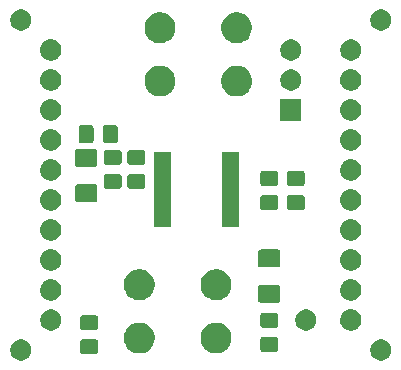
<source format=gbr>
G04 #@! TF.GenerationSoftware,KiCad,Pcbnew,(5.0.2)-1*
G04 #@! TF.CreationDate,2019-07-18T11:35:20+03:00*
G04 #@! TF.ProjectId,Breakout Board STM32L041x6 - TSSOP20,42726561-6b6f-4757-9420-426f61726420,rev?*
G04 #@! TF.SameCoordinates,Original*
G04 #@! TF.FileFunction,Soldermask,Top*
G04 #@! TF.FilePolarity,Negative*
%FSLAX46Y46*%
G04 Gerber Fmt 4.6, Leading zero omitted, Abs format (unit mm)*
G04 Created by KiCad (PCBNEW (5.0.2)-1) date 18-Jul-19 11:35:20*
%MOMM*%
%LPD*%
G01*
G04 APERTURE LIST*
%ADD10C,0.100000*%
G04 APERTURE END LIST*
D10*
G36*
X147582812Y-88033624D02*
X147746784Y-88101544D01*
X147894354Y-88200147D01*
X148019853Y-88325646D01*
X148118456Y-88473216D01*
X148186376Y-88637188D01*
X148221000Y-88811259D01*
X148221000Y-88988741D01*
X148186376Y-89162812D01*
X148118456Y-89326784D01*
X148019853Y-89474354D01*
X147894354Y-89599853D01*
X147746784Y-89698456D01*
X147582812Y-89766376D01*
X147408741Y-89801000D01*
X147231259Y-89801000D01*
X147057188Y-89766376D01*
X146893216Y-89698456D01*
X146745646Y-89599853D01*
X146620147Y-89474354D01*
X146521544Y-89326784D01*
X146453624Y-89162812D01*
X146419000Y-88988741D01*
X146419000Y-88811259D01*
X146453624Y-88637188D01*
X146521544Y-88473216D01*
X146620147Y-88325646D01*
X146745646Y-88200147D01*
X146893216Y-88101544D01*
X147057188Y-88033624D01*
X147231259Y-87999000D01*
X147408741Y-87999000D01*
X147582812Y-88033624D01*
X147582812Y-88033624D01*
G37*
G36*
X117102812Y-88033624D02*
X117266784Y-88101544D01*
X117414354Y-88200147D01*
X117539853Y-88325646D01*
X117638456Y-88473216D01*
X117706376Y-88637188D01*
X117741000Y-88811259D01*
X117741000Y-88988741D01*
X117706376Y-89162812D01*
X117638456Y-89326784D01*
X117539853Y-89474354D01*
X117414354Y-89599853D01*
X117266784Y-89698456D01*
X117102812Y-89766376D01*
X116928741Y-89801000D01*
X116751259Y-89801000D01*
X116577188Y-89766376D01*
X116413216Y-89698456D01*
X116265646Y-89599853D01*
X116140147Y-89474354D01*
X116041544Y-89326784D01*
X115973624Y-89162812D01*
X115939000Y-88988741D01*
X115939000Y-88811259D01*
X115973624Y-88637188D01*
X116041544Y-88473216D01*
X116140147Y-88325646D01*
X116265646Y-88200147D01*
X116413216Y-88101544D01*
X116577188Y-88033624D01*
X116751259Y-87999000D01*
X116928741Y-87999000D01*
X117102812Y-88033624D01*
X117102812Y-88033624D01*
G37*
G36*
X123208677Y-88008465D02*
X123246364Y-88019898D01*
X123281103Y-88038466D01*
X123311548Y-88063452D01*
X123336534Y-88093897D01*
X123355102Y-88128636D01*
X123366535Y-88166323D01*
X123371000Y-88211661D01*
X123371000Y-89048339D01*
X123366535Y-89093677D01*
X123355102Y-89131364D01*
X123336534Y-89166103D01*
X123311548Y-89196548D01*
X123281103Y-89221534D01*
X123246364Y-89240102D01*
X123208677Y-89251535D01*
X123163339Y-89256000D01*
X122076661Y-89256000D01*
X122031323Y-89251535D01*
X121993636Y-89240102D01*
X121958897Y-89221534D01*
X121928452Y-89196548D01*
X121903466Y-89166103D01*
X121884898Y-89131364D01*
X121873465Y-89093677D01*
X121869000Y-89048339D01*
X121869000Y-88211661D01*
X121873465Y-88166323D01*
X121884898Y-88128636D01*
X121903466Y-88093897D01*
X121928452Y-88063452D01*
X121958897Y-88038466D01*
X121993636Y-88019898D01*
X122031323Y-88008465D01*
X122076661Y-88004000D01*
X123163339Y-88004000D01*
X123208677Y-88008465D01*
X123208677Y-88008465D01*
G37*
G36*
X127249485Y-86628996D02*
X127249487Y-86628997D01*
X127249488Y-86628997D01*
X127436515Y-86706466D01*
X127486255Y-86727069D01*
X127699342Y-86869449D01*
X127880551Y-87050658D01*
X128022931Y-87263745D01*
X128121004Y-87500515D01*
X128171000Y-87751861D01*
X128171000Y-88008139D01*
X128121004Y-88259485D01*
X128022931Y-88496255D01*
X127880551Y-88709342D01*
X127699342Y-88890551D01*
X127699339Y-88890553D01*
X127486255Y-89032931D01*
X127249488Y-89131003D01*
X127249487Y-89131003D01*
X127249485Y-89131004D01*
X126998139Y-89181000D01*
X126741861Y-89181000D01*
X126490515Y-89131004D01*
X126490513Y-89131003D01*
X126490512Y-89131003D01*
X126253745Y-89032931D01*
X126040661Y-88890553D01*
X126040658Y-88890551D01*
X125859449Y-88709342D01*
X125717069Y-88496255D01*
X125618996Y-88259485D01*
X125569000Y-88008139D01*
X125569000Y-87751861D01*
X125618996Y-87500515D01*
X125717069Y-87263745D01*
X125859449Y-87050658D01*
X126040658Y-86869449D01*
X126253745Y-86727069D01*
X126303485Y-86706466D01*
X126490512Y-86628997D01*
X126490513Y-86628997D01*
X126490515Y-86628996D01*
X126741861Y-86579000D01*
X126998139Y-86579000D01*
X127249485Y-86628996D01*
X127249485Y-86628996D01*
G37*
G36*
X133749485Y-86628996D02*
X133749487Y-86628997D01*
X133749488Y-86628997D01*
X133936515Y-86706466D01*
X133986255Y-86727069D01*
X134199342Y-86869449D01*
X134380551Y-87050658D01*
X134522931Y-87263745D01*
X134621004Y-87500515D01*
X134671000Y-87751861D01*
X134671000Y-88008139D01*
X134621004Y-88259485D01*
X134522931Y-88496255D01*
X134380551Y-88709342D01*
X134199342Y-88890551D01*
X134199339Y-88890553D01*
X133986255Y-89032931D01*
X133749488Y-89131003D01*
X133749487Y-89131003D01*
X133749485Y-89131004D01*
X133498139Y-89181000D01*
X133241861Y-89181000D01*
X132990515Y-89131004D01*
X132990513Y-89131003D01*
X132990512Y-89131003D01*
X132753745Y-89032931D01*
X132540661Y-88890553D01*
X132540658Y-88890551D01*
X132359449Y-88709342D01*
X132217069Y-88496255D01*
X132118996Y-88259485D01*
X132069000Y-88008139D01*
X132069000Y-87751861D01*
X132118996Y-87500515D01*
X132217069Y-87263745D01*
X132359449Y-87050658D01*
X132540658Y-86869449D01*
X132753745Y-86727069D01*
X132803485Y-86706466D01*
X132990512Y-86628997D01*
X132990513Y-86628997D01*
X132990515Y-86628996D01*
X133241861Y-86579000D01*
X133498139Y-86579000D01*
X133749485Y-86628996D01*
X133749485Y-86628996D01*
G37*
G36*
X138458677Y-87808465D02*
X138496364Y-87819898D01*
X138531103Y-87838466D01*
X138561548Y-87863452D01*
X138586534Y-87893897D01*
X138605102Y-87928636D01*
X138616535Y-87966323D01*
X138621000Y-88011661D01*
X138621000Y-88848339D01*
X138616535Y-88893677D01*
X138605102Y-88931364D01*
X138586534Y-88966103D01*
X138561548Y-88996548D01*
X138531103Y-89021534D01*
X138496364Y-89040102D01*
X138458677Y-89051535D01*
X138413339Y-89056000D01*
X137326661Y-89056000D01*
X137281323Y-89051535D01*
X137243636Y-89040102D01*
X137208897Y-89021534D01*
X137178452Y-88996548D01*
X137153466Y-88966103D01*
X137134898Y-88931364D01*
X137123465Y-88893677D01*
X137119000Y-88848339D01*
X137119000Y-88011661D01*
X137123465Y-87966323D01*
X137134898Y-87928636D01*
X137153466Y-87893897D01*
X137178452Y-87863452D01*
X137208897Y-87838466D01*
X137243636Y-87819898D01*
X137281323Y-87808465D01*
X137326661Y-87804000D01*
X138413339Y-87804000D01*
X138458677Y-87808465D01*
X138458677Y-87808465D01*
G37*
G36*
X144890442Y-85465518D02*
X144956627Y-85472037D01*
X145069853Y-85506384D01*
X145126467Y-85523557D01*
X145265087Y-85597652D01*
X145282991Y-85607222D01*
X145318729Y-85636552D01*
X145420186Y-85719814D01*
X145503448Y-85821271D01*
X145532778Y-85857009D01*
X145532779Y-85857011D01*
X145616443Y-86013533D01*
X145633616Y-86070147D01*
X145667963Y-86183373D01*
X145685359Y-86360000D01*
X145667963Y-86536627D01*
X145655109Y-86579000D01*
X145616443Y-86706467D01*
X145546145Y-86837983D01*
X145532778Y-86862991D01*
X145514684Y-86885038D01*
X145420186Y-87000186D01*
X145347480Y-87059853D01*
X145282991Y-87112778D01*
X145282989Y-87112779D01*
X145126467Y-87196443D01*
X145094961Y-87206000D01*
X144956627Y-87247963D01*
X144890442Y-87254482D01*
X144824260Y-87261000D01*
X144735740Y-87261000D01*
X144669558Y-87254482D01*
X144603373Y-87247963D01*
X144465039Y-87206000D01*
X144433533Y-87196443D01*
X144277011Y-87112779D01*
X144277009Y-87112778D01*
X144212520Y-87059853D01*
X144139814Y-87000186D01*
X144045316Y-86885038D01*
X144027222Y-86862991D01*
X144013855Y-86837983D01*
X143943557Y-86706467D01*
X143904891Y-86579000D01*
X143892037Y-86536627D01*
X143874641Y-86360000D01*
X143892037Y-86183373D01*
X143926384Y-86070147D01*
X143943557Y-86013533D01*
X144027221Y-85857011D01*
X144027222Y-85857009D01*
X144056552Y-85821271D01*
X144139814Y-85719814D01*
X144241271Y-85636552D01*
X144277009Y-85607222D01*
X144294913Y-85597652D01*
X144433533Y-85523557D01*
X144490147Y-85506384D01*
X144603373Y-85472037D01*
X144669558Y-85465518D01*
X144735740Y-85459000D01*
X144824260Y-85459000D01*
X144890442Y-85465518D01*
X144890442Y-85465518D01*
G37*
G36*
X119642812Y-85493624D02*
X119806784Y-85561544D01*
X119954354Y-85660147D01*
X120079853Y-85785646D01*
X120178456Y-85933216D01*
X120246376Y-86097188D01*
X120281000Y-86271259D01*
X120281000Y-86448741D01*
X120246376Y-86622812D01*
X120178456Y-86786784D01*
X120079853Y-86934354D01*
X119954354Y-87059853D01*
X119806784Y-87158456D01*
X119642812Y-87226376D01*
X119468741Y-87261000D01*
X119291259Y-87261000D01*
X119117188Y-87226376D01*
X118953216Y-87158456D01*
X118805646Y-87059853D01*
X118680147Y-86934354D01*
X118581544Y-86786784D01*
X118513624Y-86622812D01*
X118479000Y-86448741D01*
X118479000Y-86271259D01*
X118513624Y-86097188D01*
X118581544Y-85933216D01*
X118680147Y-85785646D01*
X118805646Y-85660147D01*
X118953216Y-85561544D01*
X119117188Y-85493624D01*
X119291259Y-85459000D01*
X119468741Y-85459000D01*
X119642812Y-85493624D01*
X119642812Y-85493624D01*
G37*
G36*
X141232812Y-85493624D02*
X141396784Y-85561544D01*
X141544354Y-85660147D01*
X141669853Y-85785646D01*
X141768456Y-85933216D01*
X141836376Y-86097188D01*
X141871000Y-86271259D01*
X141871000Y-86448741D01*
X141836376Y-86622812D01*
X141768456Y-86786784D01*
X141669853Y-86934354D01*
X141544354Y-87059853D01*
X141396784Y-87158456D01*
X141232812Y-87226376D01*
X141058741Y-87261000D01*
X140881259Y-87261000D01*
X140707188Y-87226376D01*
X140543216Y-87158456D01*
X140395646Y-87059853D01*
X140270147Y-86934354D01*
X140171544Y-86786784D01*
X140103624Y-86622812D01*
X140069000Y-86448741D01*
X140069000Y-86271259D01*
X140103624Y-86097188D01*
X140171544Y-85933216D01*
X140270147Y-85785646D01*
X140395646Y-85660147D01*
X140543216Y-85561544D01*
X140707188Y-85493624D01*
X140881259Y-85459000D01*
X141058741Y-85459000D01*
X141232812Y-85493624D01*
X141232812Y-85493624D01*
G37*
G36*
X123208677Y-85958465D02*
X123246364Y-85969898D01*
X123281103Y-85988466D01*
X123311548Y-86013452D01*
X123336534Y-86043897D01*
X123355102Y-86078636D01*
X123366535Y-86116323D01*
X123371000Y-86161661D01*
X123371000Y-86998339D01*
X123366535Y-87043677D01*
X123355102Y-87081364D01*
X123336534Y-87116103D01*
X123311548Y-87146548D01*
X123281103Y-87171534D01*
X123246364Y-87190102D01*
X123208677Y-87201535D01*
X123163339Y-87206000D01*
X122076661Y-87206000D01*
X122031323Y-87201535D01*
X121993636Y-87190102D01*
X121958897Y-87171534D01*
X121928452Y-87146548D01*
X121903466Y-87116103D01*
X121884898Y-87081364D01*
X121873465Y-87043677D01*
X121869000Y-86998339D01*
X121869000Y-86161661D01*
X121873465Y-86116323D01*
X121884898Y-86078636D01*
X121903466Y-86043897D01*
X121928452Y-86013452D01*
X121958897Y-85988466D01*
X121993636Y-85969898D01*
X122031323Y-85958465D01*
X122076661Y-85954000D01*
X123163339Y-85954000D01*
X123208677Y-85958465D01*
X123208677Y-85958465D01*
G37*
G36*
X138458677Y-85758465D02*
X138496364Y-85769898D01*
X138531103Y-85788466D01*
X138561548Y-85813452D01*
X138586534Y-85843897D01*
X138605102Y-85878636D01*
X138616535Y-85916323D01*
X138621000Y-85961661D01*
X138621000Y-86798339D01*
X138616535Y-86843677D01*
X138605102Y-86881364D01*
X138586534Y-86916103D01*
X138561548Y-86946548D01*
X138531103Y-86971534D01*
X138496364Y-86990102D01*
X138458677Y-87001535D01*
X138413339Y-87006000D01*
X137326661Y-87006000D01*
X137281323Y-87001535D01*
X137243636Y-86990102D01*
X137208897Y-86971534D01*
X137178452Y-86946548D01*
X137153466Y-86916103D01*
X137134898Y-86881364D01*
X137123465Y-86843677D01*
X137119000Y-86798339D01*
X137119000Y-85961661D01*
X137123465Y-85916323D01*
X137134898Y-85878636D01*
X137153466Y-85843897D01*
X137178452Y-85813452D01*
X137208897Y-85788466D01*
X137243636Y-85769898D01*
X137281323Y-85758465D01*
X137326661Y-85754000D01*
X138413339Y-85754000D01*
X138458677Y-85758465D01*
X138458677Y-85758465D01*
G37*
G36*
X138645562Y-83370681D02*
X138680477Y-83381273D01*
X138712665Y-83398478D01*
X138740873Y-83421627D01*
X138764022Y-83449835D01*
X138781227Y-83482023D01*
X138791819Y-83516938D01*
X138796000Y-83559395D01*
X138796000Y-84700605D01*
X138791819Y-84743062D01*
X138781227Y-84777977D01*
X138764022Y-84810165D01*
X138740873Y-84838373D01*
X138712665Y-84861522D01*
X138680477Y-84878727D01*
X138645562Y-84889319D01*
X138603105Y-84893500D01*
X137136895Y-84893500D01*
X137094438Y-84889319D01*
X137059523Y-84878727D01*
X137027335Y-84861522D01*
X136999127Y-84838373D01*
X136975978Y-84810165D01*
X136958773Y-84777977D01*
X136948181Y-84743062D01*
X136944000Y-84700605D01*
X136944000Y-83559395D01*
X136948181Y-83516938D01*
X136958773Y-83482023D01*
X136975978Y-83449835D01*
X136999127Y-83421627D01*
X137027335Y-83398478D01*
X137059523Y-83381273D01*
X137094438Y-83370681D01*
X137136895Y-83366500D01*
X138603105Y-83366500D01*
X138645562Y-83370681D01*
X138645562Y-83370681D01*
G37*
G36*
X144890443Y-82925519D02*
X144956627Y-82932037D01*
X145069853Y-82966384D01*
X145126467Y-82983557D01*
X145265087Y-83057652D01*
X145282991Y-83067222D01*
X145318729Y-83096552D01*
X145420186Y-83179814D01*
X145479314Y-83251863D01*
X145532778Y-83317009D01*
X145532779Y-83317011D01*
X145616443Y-83473533D01*
X145633616Y-83530147D01*
X145667963Y-83643373D01*
X145685359Y-83820000D01*
X145667963Y-83996627D01*
X145633616Y-84109853D01*
X145616443Y-84166467D01*
X145593527Y-84209339D01*
X145532778Y-84322991D01*
X145503448Y-84358729D01*
X145420186Y-84460186D01*
X145318729Y-84543448D01*
X145282991Y-84572778D01*
X145282989Y-84572779D01*
X145126467Y-84656443D01*
X145069853Y-84673616D01*
X144956627Y-84707963D01*
X144890443Y-84714481D01*
X144824260Y-84721000D01*
X144735740Y-84721000D01*
X144669557Y-84714481D01*
X144603373Y-84707963D01*
X144490147Y-84673616D01*
X144433533Y-84656443D01*
X144277011Y-84572779D01*
X144277009Y-84572778D01*
X144241271Y-84543448D01*
X144139814Y-84460186D01*
X144056552Y-84358729D01*
X144027222Y-84322991D01*
X143966473Y-84209339D01*
X143943557Y-84166467D01*
X143926384Y-84109853D01*
X143892037Y-83996627D01*
X143874641Y-83820000D01*
X143892037Y-83643373D01*
X143926384Y-83530147D01*
X143943557Y-83473533D01*
X144027221Y-83317011D01*
X144027222Y-83317009D01*
X144080686Y-83251863D01*
X144139814Y-83179814D01*
X144241271Y-83096552D01*
X144277009Y-83067222D01*
X144294913Y-83057652D01*
X144433533Y-82983557D01*
X144490147Y-82966384D01*
X144603373Y-82932037D01*
X144669557Y-82925519D01*
X144735740Y-82919000D01*
X144824260Y-82919000D01*
X144890443Y-82925519D01*
X144890443Y-82925519D01*
G37*
G36*
X119490443Y-82925519D02*
X119556627Y-82932037D01*
X119669853Y-82966384D01*
X119726467Y-82983557D01*
X119865087Y-83057652D01*
X119882991Y-83067222D01*
X119918729Y-83096552D01*
X120020186Y-83179814D01*
X120079314Y-83251863D01*
X120132778Y-83317009D01*
X120132779Y-83317011D01*
X120216443Y-83473533D01*
X120233616Y-83530147D01*
X120267963Y-83643373D01*
X120285359Y-83820000D01*
X120267963Y-83996627D01*
X120233616Y-84109853D01*
X120216443Y-84166467D01*
X120193527Y-84209339D01*
X120132778Y-84322991D01*
X120103448Y-84358729D01*
X120020186Y-84460186D01*
X119918729Y-84543448D01*
X119882991Y-84572778D01*
X119882989Y-84572779D01*
X119726467Y-84656443D01*
X119669853Y-84673616D01*
X119556627Y-84707963D01*
X119490443Y-84714481D01*
X119424260Y-84721000D01*
X119335740Y-84721000D01*
X119269557Y-84714481D01*
X119203373Y-84707963D01*
X119090147Y-84673616D01*
X119033533Y-84656443D01*
X118877011Y-84572779D01*
X118877009Y-84572778D01*
X118841271Y-84543448D01*
X118739814Y-84460186D01*
X118656552Y-84358729D01*
X118627222Y-84322991D01*
X118566473Y-84209339D01*
X118543557Y-84166467D01*
X118526384Y-84109853D01*
X118492037Y-83996627D01*
X118474641Y-83820000D01*
X118492037Y-83643373D01*
X118526384Y-83530147D01*
X118543557Y-83473533D01*
X118627221Y-83317011D01*
X118627222Y-83317009D01*
X118680686Y-83251863D01*
X118739814Y-83179814D01*
X118841271Y-83096552D01*
X118877009Y-83067222D01*
X118894913Y-83057652D01*
X119033533Y-82983557D01*
X119090147Y-82966384D01*
X119203373Y-82932037D01*
X119269557Y-82925519D01*
X119335740Y-82919000D01*
X119424260Y-82919000D01*
X119490443Y-82925519D01*
X119490443Y-82925519D01*
G37*
G36*
X127249485Y-82128996D02*
X127249487Y-82128997D01*
X127249488Y-82128997D01*
X127343560Y-82167963D01*
X127486255Y-82227069D01*
X127699342Y-82369449D01*
X127880551Y-82550658D01*
X128022931Y-82763745D01*
X128121004Y-83000515D01*
X128171000Y-83251861D01*
X128171000Y-83508139D01*
X128121004Y-83759485D01*
X128022931Y-83996255D01*
X127880551Y-84209342D01*
X127699342Y-84390551D01*
X127699339Y-84390553D01*
X127486255Y-84532931D01*
X127249488Y-84631003D01*
X127249487Y-84631003D01*
X127249485Y-84631004D01*
X126998139Y-84681000D01*
X126741861Y-84681000D01*
X126490515Y-84631004D01*
X126490513Y-84631003D01*
X126490512Y-84631003D01*
X126253745Y-84532931D01*
X126040661Y-84390553D01*
X126040658Y-84390551D01*
X125859449Y-84209342D01*
X125717069Y-83996255D01*
X125618996Y-83759485D01*
X125569000Y-83508139D01*
X125569000Y-83251861D01*
X125618996Y-83000515D01*
X125717069Y-82763745D01*
X125859449Y-82550658D01*
X126040658Y-82369449D01*
X126253745Y-82227069D01*
X126396440Y-82167963D01*
X126490512Y-82128997D01*
X126490513Y-82128997D01*
X126490515Y-82128996D01*
X126741861Y-82079000D01*
X126998139Y-82079000D01*
X127249485Y-82128996D01*
X127249485Y-82128996D01*
G37*
G36*
X133749485Y-82128996D02*
X133749487Y-82128997D01*
X133749488Y-82128997D01*
X133843560Y-82167963D01*
X133986255Y-82227069D01*
X134199342Y-82369449D01*
X134380551Y-82550658D01*
X134522931Y-82763745D01*
X134621004Y-83000515D01*
X134671000Y-83251861D01*
X134671000Y-83508139D01*
X134621004Y-83759485D01*
X134522931Y-83996255D01*
X134380551Y-84209342D01*
X134199342Y-84390551D01*
X134199339Y-84390553D01*
X133986255Y-84532931D01*
X133749488Y-84631003D01*
X133749487Y-84631003D01*
X133749485Y-84631004D01*
X133498139Y-84681000D01*
X133241861Y-84681000D01*
X132990515Y-84631004D01*
X132990513Y-84631003D01*
X132990512Y-84631003D01*
X132753745Y-84532931D01*
X132540661Y-84390553D01*
X132540658Y-84390551D01*
X132359449Y-84209342D01*
X132217069Y-83996255D01*
X132118996Y-83759485D01*
X132069000Y-83508139D01*
X132069000Y-83251861D01*
X132118996Y-83000515D01*
X132217069Y-82763745D01*
X132359449Y-82550658D01*
X132540658Y-82369449D01*
X132753745Y-82227069D01*
X132896440Y-82167963D01*
X132990512Y-82128997D01*
X132990513Y-82128997D01*
X132990515Y-82128996D01*
X133241861Y-82079000D01*
X133498139Y-82079000D01*
X133749485Y-82128996D01*
X133749485Y-82128996D01*
G37*
G36*
X144890442Y-80385518D02*
X144956627Y-80392037D01*
X145060274Y-80423478D01*
X145126467Y-80443557D01*
X145132210Y-80446627D01*
X145282991Y-80527222D01*
X145300922Y-80541938D01*
X145420186Y-80639814D01*
X145503448Y-80741271D01*
X145532778Y-80777009D01*
X145532779Y-80777011D01*
X145616443Y-80933533D01*
X145616443Y-80933534D01*
X145667963Y-81103373D01*
X145685359Y-81280000D01*
X145667963Y-81456627D01*
X145633616Y-81569853D01*
X145616443Y-81626467D01*
X145563452Y-81725605D01*
X145532778Y-81782991D01*
X145519279Y-81799439D01*
X145420186Y-81920186D01*
X145318729Y-82003448D01*
X145282991Y-82032778D01*
X145282989Y-82032779D01*
X145126467Y-82116443D01*
X145085084Y-82128996D01*
X144956627Y-82167963D01*
X144890443Y-82174481D01*
X144824260Y-82181000D01*
X144735740Y-82181000D01*
X144669557Y-82174481D01*
X144603373Y-82167963D01*
X144474916Y-82128996D01*
X144433533Y-82116443D01*
X144277011Y-82032779D01*
X144277009Y-82032778D01*
X144241271Y-82003448D01*
X144139814Y-81920186D01*
X144040721Y-81799439D01*
X144027222Y-81782991D01*
X143996548Y-81725605D01*
X143943557Y-81626467D01*
X143926384Y-81569853D01*
X143892037Y-81456627D01*
X143874641Y-81280000D01*
X143892037Y-81103373D01*
X143943557Y-80933534D01*
X143943557Y-80933533D01*
X144027221Y-80777011D01*
X144027222Y-80777009D01*
X144056552Y-80741271D01*
X144139814Y-80639814D01*
X144259078Y-80541938D01*
X144277009Y-80527222D01*
X144427790Y-80446627D01*
X144433533Y-80443557D01*
X144499726Y-80423478D01*
X144603373Y-80392037D01*
X144669558Y-80385518D01*
X144735740Y-80379000D01*
X144824260Y-80379000D01*
X144890442Y-80385518D01*
X144890442Y-80385518D01*
G37*
G36*
X119490442Y-80385518D02*
X119556627Y-80392037D01*
X119660274Y-80423478D01*
X119726467Y-80443557D01*
X119732210Y-80446627D01*
X119882991Y-80527222D01*
X119900922Y-80541938D01*
X120020186Y-80639814D01*
X120103448Y-80741271D01*
X120132778Y-80777009D01*
X120132779Y-80777011D01*
X120216443Y-80933533D01*
X120216443Y-80933534D01*
X120267963Y-81103373D01*
X120285359Y-81280000D01*
X120267963Y-81456627D01*
X120233616Y-81569853D01*
X120216443Y-81626467D01*
X120163452Y-81725605D01*
X120132778Y-81782991D01*
X120119279Y-81799439D01*
X120020186Y-81920186D01*
X119918729Y-82003448D01*
X119882991Y-82032778D01*
X119882989Y-82032779D01*
X119726467Y-82116443D01*
X119685084Y-82128996D01*
X119556627Y-82167963D01*
X119490443Y-82174481D01*
X119424260Y-82181000D01*
X119335740Y-82181000D01*
X119269557Y-82174481D01*
X119203373Y-82167963D01*
X119074916Y-82128996D01*
X119033533Y-82116443D01*
X118877011Y-82032779D01*
X118877009Y-82032778D01*
X118841271Y-82003448D01*
X118739814Y-81920186D01*
X118640721Y-81799439D01*
X118627222Y-81782991D01*
X118596548Y-81725605D01*
X118543557Y-81626467D01*
X118526384Y-81569853D01*
X118492037Y-81456627D01*
X118474641Y-81280000D01*
X118492037Y-81103373D01*
X118543557Y-80933534D01*
X118543557Y-80933533D01*
X118627221Y-80777011D01*
X118627222Y-80777009D01*
X118656552Y-80741271D01*
X118739814Y-80639814D01*
X118859078Y-80541938D01*
X118877009Y-80527222D01*
X119027790Y-80446627D01*
X119033533Y-80443557D01*
X119099726Y-80423478D01*
X119203373Y-80392037D01*
X119269558Y-80385518D01*
X119335740Y-80379000D01*
X119424260Y-80379000D01*
X119490442Y-80385518D01*
X119490442Y-80385518D01*
G37*
G36*
X138645562Y-80395681D02*
X138680477Y-80406273D01*
X138712665Y-80423478D01*
X138740873Y-80446627D01*
X138764022Y-80474835D01*
X138781227Y-80507023D01*
X138791819Y-80541938D01*
X138796000Y-80584395D01*
X138796000Y-81725605D01*
X138791819Y-81768062D01*
X138781227Y-81802977D01*
X138764022Y-81835165D01*
X138740873Y-81863373D01*
X138712665Y-81886522D01*
X138680477Y-81903727D01*
X138645562Y-81914319D01*
X138603105Y-81918500D01*
X137136895Y-81918500D01*
X137094438Y-81914319D01*
X137059523Y-81903727D01*
X137027335Y-81886522D01*
X136999127Y-81863373D01*
X136975978Y-81835165D01*
X136958773Y-81802977D01*
X136948181Y-81768062D01*
X136944000Y-81725605D01*
X136944000Y-80584395D01*
X136948181Y-80541938D01*
X136958773Y-80507023D01*
X136975978Y-80474835D01*
X136999127Y-80446627D01*
X137027335Y-80423478D01*
X137059523Y-80406273D01*
X137094438Y-80395681D01*
X137136895Y-80391500D01*
X138603105Y-80391500D01*
X138645562Y-80395681D01*
X138645562Y-80395681D01*
G37*
G36*
X144890443Y-77845519D02*
X144956627Y-77852037D01*
X145069853Y-77886384D01*
X145126467Y-77903557D01*
X145265087Y-77977652D01*
X145282991Y-77987222D01*
X145318729Y-78016552D01*
X145420186Y-78099814D01*
X145503448Y-78201271D01*
X145532778Y-78237009D01*
X145532779Y-78237011D01*
X145616443Y-78393533D01*
X145616443Y-78393534D01*
X145667963Y-78563373D01*
X145685359Y-78740000D01*
X145667963Y-78916627D01*
X145633616Y-79029853D01*
X145616443Y-79086467D01*
X145542348Y-79225087D01*
X145532778Y-79242991D01*
X145503448Y-79278729D01*
X145420186Y-79380186D01*
X145318729Y-79463448D01*
X145282991Y-79492778D01*
X145282989Y-79492779D01*
X145126467Y-79576443D01*
X145069853Y-79593616D01*
X144956627Y-79627963D01*
X144890442Y-79634482D01*
X144824260Y-79641000D01*
X144735740Y-79641000D01*
X144669558Y-79634482D01*
X144603373Y-79627963D01*
X144490147Y-79593616D01*
X144433533Y-79576443D01*
X144277011Y-79492779D01*
X144277009Y-79492778D01*
X144241271Y-79463448D01*
X144139814Y-79380186D01*
X144056552Y-79278729D01*
X144027222Y-79242991D01*
X144017652Y-79225087D01*
X143943557Y-79086467D01*
X143926384Y-79029853D01*
X143892037Y-78916627D01*
X143874641Y-78740000D01*
X143892037Y-78563373D01*
X143943557Y-78393534D01*
X143943557Y-78393533D01*
X144027221Y-78237011D01*
X144027222Y-78237009D01*
X144056552Y-78201271D01*
X144139814Y-78099814D01*
X144241271Y-78016552D01*
X144277009Y-77987222D01*
X144294913Y-77977652D01*
X144433533Y-77903557D01*
X144490147Y-77886384D01*
X144603373Y-77852037D01*
X144669557Y-77845519D01*
X144735740Y-77839000D01*
X144824260Y-77839000D01*
X144890443Y-77845519D01*
X144890443Y-77845519D01*
G37*
G36*
X119490443Y-77845519D02*
X119556627Y-77852037D01*
X119669853Y-77886384D01*
X119726467Y-77903557D01*
X119865087Y-77977652D01*
X119882991Y-77987222D01*
X119918729Y-78016552D01*
X120020186Y-78099814D01*
X120103448Y-78201271D01*
X120132778Y-78237009D01*
X120132779Y-78237011D01*
X120216443Y-78393533D01*
X120216443Y-78393534D01*
X120267963Y-78563373D01*
X120285359Y-78740000D01*
X120267963Y-78916627D01*
X120233616Y-79029853D01*
X120216443Y-79086467D01*
X120142348Y-79225087D01*
X120132778Y-79242991D01*
X120103448Y-79278729D01*
X120020186Y-79380186D01*
X119918729Y-79463448D01*
X119882991Y-79492778D01*
X119882989Y-79492779D01*
X119726467Y-79576443D01*
X119669853Y-79593616D01*
X119556627Y-79627963D01*
X119490442Y-79634482D01*
X119424260Y-79641000D01*
X119335740Y-79641000D01*
X119269558Y-79634482D01*
X119203373Y-79627963D01*
X119090147Y-79593616D01*
X119033533Y-79576443D01*
X118877011Y-79492779D01*
X118877009Y-79492778D01*
X118841271Y-79463448D01*
X118739814Y-79380186D01*
X118656552Y-79278729D01*
X118627222Y-79242991D01*
X118617652Y-79225087D01*
X118543557Y-79086467D01*
X118526384Y-79029853D01*
X118492037Y-78916627D01*
X118474641Y-78740000D01*
X118492037Y-78563373D01*
X118543557Y-78393534D01*
X118543557Y-78393533D01*
X118627221Y-78237011D01*
X118627222Y-78237009D01*
X118656552Y-78201271D01*
X118739814Y-78099814D01*
X118841271Y-78016552D01*
X118877009Y-77987222D01*
X118894913Y-77977652D01*
X119033533Y-77903557D01*
X119090147Y-77886384D01*
X119203373Y-77852037D01*
X119269557Y-77845519D01*
X119335740Y-77839000D01*
X119424260Y-77839000D01*
X119490443Y-77845519D01*
X119490443Y-77845519D01*
G37*
G36*
X135346000Y-78481000D02*
X133894000Y-78481000D01*
X133894000Y-72129000D01*
X135346000Y-72129000D01*
X135346000Y-78481000D01*
X135346000Y-78481000D01*
G37*
G36*
X129596000Y-78481000D02*
X128144000Y-78481000D01*
X128144000Y-72129000D01*
X129596000Y-72129000D01*
X129596000Y-78481000D01*
X129596000Y-78481000D01*
G37*
G36*
X144890442Y-75305518D02*
X144956627Y-75312037D01*
X145069853Y-75346384D01*
X145126467Y-75363557D01*
X145155358Y-75379000D01*
X145282991Y-75447222D01*
X145318729Y-75476552D01*
X145420186Y-75559814D01*
X145503448Y-75661271D01*
X145532778Y-75697009D01*
X145532779Y-75697011D01*
X145616443Y-75853533D01*
X145616443Y-75853534D01*
X145667963Y-76023373D01*
X145685359Y-76200000D01*
X145667963Y-76376627D01*
X145633616Y-76489853D01*
X145616443Y-76546467D01*
X145545602Y-76679000D01*
X145532778Y-76702991D01*
X145503448Y-76738729D01*
X145420186Y-76840186D01*
X145318729Y-76923448D01*
X145282991Y-76952778D01*
X145282989Y-76952779D01*
X145126467Y-77036443D01*
X145079236Y-77050770D01*
X144956627Y-77087963D01*
X144890442Y-77094482D01*
X144824260Y-77101000D01*
X144735740Y-77101000D01*
X144669558Y-77094482D01*
X144603373Y-77087963D01*
X144480764Y-77050770D01*
X144433533Y-77036443D01*
X144277011Y-76952779D01*
X144277009Y-76952778D01*
X144241271Y-76923448D01*
X144139814Y-76840186D01*
X144056552Y-76738729D01*
X144027222Y-76702991D01*
X144014398Y-76679000D01*
X143943557Y-76546467D01*
X143926384Y-76489853D01*
X143892037Y-76376627D01*
X143874641Y-76200000D01*
X143892037Y-76023373D01*
X143943557Y-75853534D01*
X143943557Y-75853533D01*
X144027221Y-75697011D01*
X144027222Y-75697009D01*
X144056552Y-75661271D01*
X144139814Y-75559814D01*
X144241271Y-75476552D01*
X144277009Y-75447222D01*
X144404642Y-75379000D01*
X144433533Y-75363557D01*
X144490147Y-75346384D01*
X144603373Y-75312037D01*
X144669558Y-75305518D01*
X144735740Y-75299000D01*
X144824260Y-75299000D01*
X144890442Y-75305518D01*
X144890442Y-75305518D01*
G37*
G36*
X119490442Y-75305518D02*
X119556627Y-75312037D01*
X119669853Y-75346384D01*
X119726467Y-75363557D01*
X119755358Y-75379000D01*
X119882991Y-75447222D01*
X119918729Y-75476552D01*
X120020186Y-75559814D01*
X120103448Y-75661271D01*
X120132778Y-75697009D01*
X120132779Y-75697011D01*
X120216443Y-75853533D01*
X120216443Y-75853534D01*
X120267963Y-76023373D01*
X120285359Y-76200000D01*
X120267963Y-76376627D01*
X120233616Y-76489853D01*
X120216443Y-76546467D01*
X120145602Y-76679000D01*
X120132778Y-76702991D01*
X120103448Y-76738729D01*
X120020186Y-76840186D01*
X119918729Y-76923448D01*
X119882991Y-76952778D01*
X119882989Y-76952779D01*
X119726467Y-77036443D01*
X119679236Y-77050770D01*
X119556627Y-77087963D01*
X119490442Y-77094482D01*
X119424260Y-77101000D01*
X119335740Y-77101000D01*
X119269558Y-77094482D01*
X119203373Y-77087963D01*
X119080764Y-77050770D01*
X119033533Y-77036443D01*
X118877011Y-76952779D01*
X118877009Y-76952778D01*
X118841271Y-76923448D01*
X118739814Y-76840186D01*
X118656552Y-76738729D01*
X118627222Y-76702991D01*
X118614398Y-76679000D01*
X118543557Y-76546467D01*
X118526384Y-76489853D01*
X118492037Y-76376627D01*
X118474641Y-76200000D01*
X118492037Y-76023373D01*
X118543557Y-75853534D01*
X118543557Y-75853533D01*
X118627221Y-75697011D01*
X118627222Y-75697009D01*
X118656552Y-75661271D01*
X118739814Y-75559814D01*
X118841271Y-75476552D01*
X118877009Y-75447222D01*
X119004642Y-75379000D01*
X119033533Y-75363557D01*
X119090147Y-75346384D01*
X119203373Y-75312037D01*
X119269558Y-75305518D01*
X119335740Y-75299000D01*
X119424260Y-75299000D01*
X119490442Y-75305518D01*
X119490442Y-75305518D01*
G37*
G36*
X140708677Y-75808465D02*
X140746364Y-75819898D01*
X140781103Y-75838466D01*
X140811548Y-75863452D01*
X140836534Y-75893897D01*
X140855102Y-75928636D01*
X140866535Y-75966323D01*
X140871000Y-76011661D01*
X140871000Y-76848339D01*
X140866535Y-76893677D01*
X140855102Y-76931364D01*
X140836534Y-76966103D01*
X140811548Y-76996548D01*
X140781103Y-77021534D01*
X140746364Y-77040102D01*
X140708677Y-77051535D01*
X140663339Y-77056000D01*
X139576661Y-77056000D01*
X139531323Y-77051535D01*
X139493636Y-77040102D01*
X139458897Y-77021534D01*
X139428452Y-76996548D01*
X139403466Y-76966103D01*
X139384898Y-76931364D01*
X139373465Y-76893677D01*
X139369000Y-76848339D01*
X139369000Y-76011661D01*
X139373465Y-75966323D01*
X139384898Y-75928636D01*
X139403466Y-75893897D01*
X139428452Y-75863452D01*
X139458897Y-75838466D01*
X139493636Y-75819898D01*
X139531323Y-75808465D01*
X139576661Y-75804000D01*
X140663339Y-75804000D01*
X140708677Y-75808465D01*
X140708677Y-75808465D01*
G37*
G36*
X138458677Y-75808465D02*
X138496364Y-75819898D01*
X138531103Y-75838466D01*
X138561548Y-75863452D01*
X138586534Y-75893897D01*
X138605102Y-75928636D01*
X138616535Y-75966323D01*
X138621000Y-76011661D01*
X138621000Y-76848339D01*
X138616535Y-76893677D01*
X138605102Y-76931364D01*
X138586534Y-76966103D01*
X138561548Y-76996548D01*
X138531103Y-77021534D01*
X138496364Y-77040102D01*
X138458677Y-77051535D01*
X138413339Y-77056000D01*
X137326661Y-77056000D01*
X137281323Y-77051535D01*
X137243636Y-77040102D01*
X137208897Y-77021534D01*
X137178452Y-76996548D01*
X137153466Y-76966103D01*
X137134898Y-76931364D01*
X137123465Y-76893677D01*
X137119000Y-76848339D01*
X137119000Y-76011661D01*
X137123465Y-75966323D01*
X137134898Y-75928636D01*
X137153466Y-75893897D01*
X137178452Y-75863452D01*
X137208897Y-75838466D01*
X137243636Y-75819898D01*
X137281323Y-75808465D01*
X137326661Y-75804000D01*
X138413339Y-75804000D01*
X138458677Y-75808465D01*
X138458677Y-75808465D01*
G37*
G36*
X123145562Y-74870681D02*
X123180477Y-74881273D01*
X123212665Y-74898478D01*
X123240873Y-74921627D01*
X123264022Y-74949835D01*
X123281227Y-74982023D01*
X123291819Y-75016938D01*
X123296000Y-75059395D01*
X123296000Y-76200605D01*
X123291819Y-76243062D01*
X123281227Y-76277977D01*
X123264022Y-76310165D01*
X123240873Y-76338373D01*
X123212665Y-76361522D01*
X123180477Y-76378727D01*
X123145562Y-76389319D01*
X123103105Y-76393500D01*
X121636895Y-76393500D01*
X121594438Y-76389319D01*
X121559523Y-76378727D01*
X121527335Y-76361522D01*
X121499127Y-76338373D01*
X121475978Y-76310165D01*
X121458773Y-76277977D01*
X121448181Y-76243062D01*
X121444000Y-76200605D01*
X121444000Y-75059395D01*
X121448181Y-75016938D01*
X121458773Y-74982023D01*
X121475978Y-74949835D01*
X121499127Y-74921627D01*
X121527335Y-74898478D01*
X121559523Y-74881273D01*
X121594438Y-74870681D01*
X121636895Y-74866500D01*
X123103105Y-74866500D01*
X123145562Y-74870681D01*
X123145562Y-74870681D01*
G37*
G36*
X127208677Y-74008465D02*
X127246364Y-74019898D01*
X127281103Y-74038466D01*
X127311548Y-74063452D01*
X127336534Y-74093897D01*
X127355102Y-74128636D01*
X127366535Y-74166323D01*
X127371000Y-74211661D01*
X127371000Y-75048339D01*
X127366535Y-75093677D01*
X127355102Y-75131364D01*
X127336534Y-75166103D01*
X127311548Y-75196548D01*
X127281103Y-75221534D01*
X127246364Y-75240102D01*
X127208677Y-75251535D01*
X127163339Y-75256000D01*
X126076661Y-75256000D01*
X126031323Y-75251535D01*
X125993636Y-75240102D01*
X125958897Y-75221534D01*
X125928452Y-75196548D01*
X125903466Y-75166103D01*
X125884898Y-75131364D01*
X125873465Y-75093677D01*
X125869000Y-75048339D01*
X125869000Y-74211661D01*
X125873465Y-74166323D01*
X125884898Y-74128636D01*
X125903466Y-74093897D01*
X125928452Y-74063452D01*
X125958897Y-74038466D01*
X125993636Y-74019898D01*
X126031323Y-74008465D01*
X126076661Y-74004000D01*
X127163339Y-74004000D01*
X127208677Y-74008465D01*
X127208677Y-74008465D01*
G37*
G36*
X125208677Y-74008465D02*
X125246364Y-74019898D01*
X125281103Y-74038466D01*
X125311548Y-74063452D01*
X125336534Y-74093897D01*
X125355102Y-74128636D01*
X125366535Y-74166323D01*
X125371000Y-74211661D01*
X125371000Y-75048339D01*
X125366535Y-75093677D01*
X125355102Y-75131364D01*
X125336534Y-75166103D01*
X125311548Y-75196548D01*
X125281103Y-75221534D01*
X125246364Y-75240102D01*
X125208677Y-75251535D01*
X125163339Y-75256000D01*
X124076661Y-75256000D01*
X124031323Y-75251535D01*
X123993636Y-75240102D01*
X123958897Y-75221534D01*
X123928452Y-75196548D01*
X123903466Y-75166103D01*
X123884898Y-75131364D01*
X123873465Y-75093677D01*
X123869000Y-75048339D01*
X123869000Y-74211661D01*
X123873465Y-74166323D01*
X123884898Y-74128636D01*
X123903466Y-74093897D01*
X123928452Y-74063452D01*
X123958897Y-74038466D01*
X123993636Y-74019898D01*
X124031323Y-74008465D01*
X124076661Y-74004000D01*
X125163339Y-74004000D01*
X125208677Y-74008465D01*
X125208677Y-74008465D01*
G37*
G36*
X138458677Y-73758465D02*
X138496364Y-73769898D01*
X138531103Y-73788466D01*
X138561548Y-73813452D01*
X138586534Y-73843897D01*
X138605102Y-73878636D01*
X138616535Y-73916323D01*
X138621000Y-73961661D01*
X138621000Y-74798339D01*
X138616535Y-74843677D01*
X138605102Y-74881364D01*
X138586534Y-74916103D01*
X138561548Y-74946548D01*
X138531103Y-74971534D01*
X138496364Y-74990102D01*
X138458677Y-75001535D01*
X138413339Y-75006000D01*
X137326661Y-75006000D01*
X137281323Y-75001535D01*
X137243636Y-74990102D01*
X137208897Y-74971534D01*
X137178452Y-74946548D01*
X137153466Y-74916103D01*
X137134898Y-74881364D01*
X137123465Y-74843677D01*
X137119000Y-74798339D01*
X137119000Y-73961661D01*
X137123465Y-73916323D01*
X137134898Y-73878636D01*
X137153466Y-73843897D01*
X137178452Y-73813452D01*
X137208897Y-73788466D01*
X137243636Y-73769898D01*
X137281323Y-73758465D01*
X137326661Y-73754000D01*
X138413339Y-73754000D01*
X138458677Y-73758465D01*
X138458677Y-73758465D01*
G37*
G36*
X140708677Y-73758465D02*
X140746364Y-73769898D01*
X140781103Y-73788466D01*
X140811548Y-73813452D01*
X140836534Y-73843897D01*
X140855102Y-73878636D01*
X140866535Y-73916323D01*
X140871000Y-73961661D01*
X140871000Y-74798339D01*
X140866535Y-74843677D01*
X140855102Y-74881364D01*
X140836534Y-74916103D01*
X140811548Y-74946548D01*
X140781103Y-74971534D01*
X140746364Y-74990102D01*
X140708677Y-75001535D01*
X140663339Y-75006000D01*
X139576661Y-75006000D01*
X139531323Y-75001535D01*
X139493636Y-74990102D01*
X139458897Y-74971534D01*
X139428452Y-74946548D01*
X139403466Y-74916103D01*
X139384898Y-74881364D01*
X139373465Y-74843677D01*
X139369000Y-74798339D01*
X139369000Y-73961661D01*
X139373465Y-73916323D01*
X139384898Y-73878636D01*
X139403466Y-73843897D01*
X139428452Y-73813452D01*
X139458897Y-73788466D01*
X139493636Y-73769898D01*
X139531323Y-73758465D01*
X139576661Y-73754000D01*
X140663339Y-73754000D01*
X140708677Y-73758465D01*
X140708677Y-73758465D01*
G37*
G36*
X144890442Y-72765518D02*
X144956627Y-72772037D01*
X145069853Y-72806384D01*
X145126467Y-72823557D01*
X145265087Y-72897652D01*
X145282991Y-72907222D01*
X145315409Y-72933827D01*
X145420186Y-73019814D01*
X145473713Y-73085038D01*
X145532778Y-73157009D01*
X145532779Y-73157011D01*
X145616443Y-73313533D01*
X145633616Y-73370147D01*
X145667963Y-73483373D01*
X145685359Y-73660000D01*
X145667963Y-73836627D01*
X145642060Y-73922017D01*
X145616443Y-74006467D01*
X145575151Y-74083718D01*
X145532778Y-74162991D01*
X145503448Y-74198729D01*
X145420186Y-74300186D01*
X145318729Y-74383448D01*
X145282991Y-74412778D01*
X145282989Y-74412779D01*
X145126467Y-74496443D01*
X145069853Y-74513616D01*
X144956627Y-74547963D01*
X144890442Y-74554482D01*
X144824260Y-74561000D01*
X144735740Y-74561000D01*
X144669558Y-74554482D01*
X144603373Y-74547963D01*
X144490147Y-74513616D01*
X144433533Y-74496443D01*
X144277011Y-74412779D01*
X144277009Y-74412778D01*
X144241271Y-74383448D01*
X144139814Y-74300186D01*
X144056552Y-74198729D01*
X144027222Y-74162991D01*
X143984849Y-74083718D01*
X143943557Y-74006467D01*
X143917940Y-73922017D01*
X143892037Y-73836627D01*
X143874641Y-73660000D01*
X143892037Y-73483373D01*
X143926384Y-73370147D01*
X143943557Y-73313533D01*
X144027221Y-73157011D01*
X144027222Y-73157009D01*
X144086287Y-73085038D01*
X144139814Y-73019814D01*
X144244591Y-72933827D01*
X144277009Y-72907222D01*
X144294913Y-72897652D01*
X144433533Y-72823557D01*
X144490147Y-72806384D01*
X144603373Y-72772037D01*
X144669558Y-72765518D01*
X144735740Y-72759000D01*
X144824260Y-72759000D01*
X144890442Y-72765518D01*
X144890442Y-72765518D01*
G37*
G36*
X119490442Y-72765518D02*
X119556627Y-72772037D01*
X119669853Y-72806384D01*
X119726467Y-72823557D01*
X119865087Y-72897652D01*
X119882991Y-72907222D01*
X119915409Y-72933827D01*
X120020186Y-73019814D01*
X120073713Y-73085038D01*
X120132778Y-73157009D01*
X120132779Y-73157011D01*
X120216443Y-73313533D01*
X120233616Y-73370147D01*
X120267963Y-73483373D01*
X120285359Y-73660000D01*
X120267963Y-73836627D01*
X120242060Y-73922017D01*
X120216443Y-74006467D01*
X120175151Y-74083718D01*
X120132778Y-74162991D01*
X120103448Y-74198729D01*
X120020186Y-74300186D01*
X119918729Y-74383448D01*
X119882991Y-74412778D01*
X119882989Y-74412779D01*
X119726467Y-74496443D01*
X119669853Y-74513616D01*
X119556627Y-74547963D01*
X119490442Y-74554482D01*
X119424260Y-74561000D01*
X119335740Y-74561000D01*
X119269558Y-74554482D01*
X119203373Y-74547963D01*
X119090147Y-74513616D01*
X119033533Y-74496443D01*
X118877011Y-74412779D01*
X118877009Y-74412778D01*
X118841271Y-74383448D01*
X118739814Y-74300186D01*
X118656552Y-74198729D01*
X118627222Y-74162991D01*
X118584849Y-74083718D01*
X118543557Y-74006467D01*
X118517940Y-73922017D01*
X118492037Y-73836627D01*
X118474641Y-73660000D01*
X118492037Y-73483373D01*
X118526384Y-73370147D01*
X118543557Y-73313533D01*
X118627221Y-73157011D01*
X118627222Y-73157009D01*
X118686287Y-73085038D01*
X118739814Y-73019814D01*
X118844591Y-72933827D01*
X118877009Y-72907222D01*
X118894913Y-72897652D01*
X119033533Y-72823557D01*
X119090147Y-72806384D01*
X119203373Y-72772037D01*
X119269558Y-72765518D01*
X119335740Y-72759000D01*
X119424260Y-72759000D01*
X119490442Y-72765518D01*
X119490442Y-72765518D01*
G37*
G36*
X123145562Y-71895681D02*
X123180477Y-71906273D01*
X123212665Y-71923478D01*
X123240873Y-71946627D01*
X123264022Y-71974835D01*
X123281227Y-72007023D01*
X123291819Y-72041938D01*
X123296000Y-72084395D01*
X123296000Y-73225605D01*
X123291819Y-73268062D01*
X123281227Y-73302977D01*
X123264022Y-73335165D01*
X123240873Y-73363373D01*
X123212665Y-73386522D01*
X123180477Y-73403727D01*
X123145562Y-73414319D01*
X123103105Y-73418500D01*
X121636895Y-73418500D01*
X121594438Y-73414319D01*
X121559523Y-73403727D01*
X121527335Y-73386522D01*
X121499127Y-73363373D01*
X121475978Y-73335165D01*
X121458773Y-73302977D01*
X121448181Y-73268062D01*
X121444000Y-73225605D01*
X121444000Y-72084395D01*
X121448181Y-72041938D01*
X121458773Y-72007023D01*
X121475978Y-71974835D01*
X121499127Y-71946627D01*
X121527335Y-71923478D01*
X121559523Y-71906273D01*
X121594438Y-71895681D01*
X121636895Y-71891500D01*
X123103105Y-71891500D01*
X123145562Y-71895681D01*
X123145562Y-71895681D01*
G37*
G36*
X127208677Y-71958465D02*
X127246364Y-71969898D01*
X127281103Y-71988466D01*
X127311548Y-72013452D01*
X127336534Y-72043897D01*
X127355102Y-72078636D01*
X127366535Y-72116323D01*
X127371000Y-72161661D01*
X127371000Y-72998339D01*
X127366535Y-73043677D01*
X127355102Y-73081364D01*
X127336534Y-73116103D01*
X127311548Y-73146548D01*
X127281103Y-73171534D01*
X127246364Y-73190102D01*
X127208677Y-73201535D01*
X127163339Y-73206000D01*
X126076661Y-73206000D01*
X126031323Y-73201535D01*
X125993636Y-73190102D01*
X125958897Y-73171534D01*
X125928452Y-73146548D01*
X125903466Y-73116103D01*
X125884898Y-73081364D01*
X125873465Y-73043677D01*
X125869000Y-72998339D01*
X125869000Y-72161661D01*
X125873465Y-72116323D01*
X125884898Y-72078636D01*
X125903466Y-72043897D01*
X125928452Y-72013452D01*
X125958897Y-71988466D01*
X125993636Y-71969898D01*
X126031323Y-71958465D01*
X126076661Y-71954000D01*
X127163339Y-71954000D01*
X127208677Y-71958465D01*
X127208677Y-71958465D01*
G37*
G36*
X125208677Y-71958465D02*
X125246364Y-71969898D01*
X125281103Y-71988466D01*
X125311548Y-72013452D01*
X125336534Y-72043897D01*
X125355102Y-72078636D01*
X125366535Y-72116323D01*
X125371000Y-72161661D01*
X125371000Y-72998339D01*
X125366535Y-73043677D01*
X125355102Y-73081364D01*
X125336534Y-73116103D01*
X125311548Y-73146548D01*
X125281103Y-73171534D01*
X125246364Y-73190102D01*
X125208677Y-73201535D01*
X125163339Y-73206000D01*
X124076661Y-73206000D01*
X124031323Y-73201535D01*
X123993636Y-73190102D01*
X123958897Y-73171534D01*
X123928452Y-73146548D01*
X123903466Y-73116103D01*
X123884898Y-73081364D01*
X123873465Y-73043677D01*
X123869000Y-72998339D01*
X123869000Y-72161661D01*
X123873465Y-72116323D01*
X123884898Y-72078636D01*
X123903466Y-72043897D01*
X123928452Y-72013452D01*
X123958897Y-71988466D01*
X123993636Y-71969898D01*
X124031323Y-71958465D01*
X124076661Y-71954000D01*
X125163339Y-71954000D01*
X125208677Y-71958465D01*
X125208677Y-71958465D01*
G37*
G36*
X144890442Y-70225518D02*
X144956627Y-70232037D01*
X145069853Y-70266384D01*
X145126467Y-70283557D01*
X145265087Y-70357652D01*
X145282991Y-70367222D01*
X145318729Y-70396552D01*
X145420186Y-70479814D01*
X145503448Y-70581271D01*
X145532778Y-70617009D01*
X145532779Y-70617011D01*
X145616443Y-70773533D01*
X145616443Y-70773534D01*
X145667963Y-70943373D01*
X145685359Y-71120000D01*
X145667963Y-71296627D01*
X145647191Y-71365102D01*
X145616443Y-71466467D01*
X145542348Y-71605087D01*
X145532778Y-71622991D01*
X145503448Y-71658729D01*
X145420186Y-71760186D01*
X145318729Y-71843448D01*
X145282991Y-71872778D01*
X145282989Y-71872779D01*
X145126467Y-71956443D01*
X145082111Y-71969898D01*
X144956627Y-72007963D01*
X144900895Y-72013452D01*
X144824260Y-72021000D01*
X144735740Y-72021000D01*
X144659105Y-72013452D01*
X144603373Y-72007963D01*
X144477889Y-71969898D01*
X144433533Y-71956443D01*
X144277011Y-71872779D01*
X144277009Y-71872778D01*
X144241271Y-71843448D01*
X144139814Y-71760186D01*
X144056552Y-71658729D01*
X144027222Y-71622991D01*
X144017652Y-71605087D01*
X143943557Y-71466467D01*
X143912809Y-71365102D01*
X143892037Y-71296627D01*
X143874641Y-71120000D01*
X143892037Y-70943373D01*
X143943557Y-70773534D01*
X143943557Y-70773533D01*
X144027221Y-70617011D01*
X144027222Y-70617009D01*
X144056552Y-70581271D01*
X144139814Y-70479814D01*
X144241271Y-70396552D01*
X144277009Y-70367222D01*
X144294913Y-70357652D01*
X144433533Y-70283557D01*
X144490147Y-70266384D01*
X144603373Y-70232037D01*
X144669558Y-70225518D01*
X144735740Y-70219000D01*
X144824260Y-70219000D01*
X144890442Y-70225518D01*
X144890442Y-70225518D01*
G37*
G36*
X119490442Y-70225518D02*
X119556627Y-70232037D01*
X119669853Y-70266384D01*
X119726467Y-70283557D01*
X119865087Y-70357652D01*
X119882991Y-70367222D01*
X119918729Y-70396552D01*
X120020186Y-70479814D01*
X120103448Y-70581271D01*
X120132778Y-70617009D01*
X120132779Y-70617011D01*
X120216443Y-70773533D01*
X120216443Y-70773534D01*
X120267963Y-70943373D01*
X120285359Y-71120000D01*
X120267963Y-71296627D01*
X120247191Y-71365102D01*
X120216443Y-71466467D01*
X120142348Y-71605087D01*
X120132778Y-71622991D01*
X120103448Y-71658729D01*
X120020186Y-71760186D01*
X119918729Y-71843448D01*
X119882991Y-71872778D01*
X119882989Y-71872779D01*
X119726467Y-71956443D01*
X119682111Y-71969898D01*
X119556627Y-72007963D01*
X119500895Y-72013452D01*
X119424260Y-72021000D01*
X119335740Y-72021000D01*
X119259105Y-72013452D01*
X119203373Y-72007963D01*
X119077889Y-71969898D01*
X119033533Y-71956443D01*
X118877011Y-71872779D01*
X118877009Y-71872778D01*
X118841271Y-71843448D01*
X118739814Y-71760186D01*
X118656552Y-71658729D01*
X118627222Y-71622991D01*
X118617652Y-71605087D01*
X118543557Y-71466467D01*
X118512809Y-71365102D01*
X118492037Y-71296627D01*
X118474641Y-71120000D01*
X118492037Y-70943373D01*
X118543557Y-70773534D01*
X118543557Y-70773533D01*
X118627221Y-70617011D01*
X118627222Y-70617009D01*
X118656552Y-70581271D01*
X118739814Y-70479814D01*
X118841271Y-70396552D01*
X118877009Y-70367222D01*
X118894913Y-70357652D01*
X119033533Y-70283557D01*
X119090147Y-70266384D01*
X119203373Y-70232037D01*
X119269558Y-70225518D01*
X119335740Y-70219000D01*
X119424260Y-70219000D01*
X119490442Y-70225518D01*
X119490442Y-70225518D01*
G37*
G36*
X122833677Y-69883465D02*
X122871364Y-69894898D01*
X122906103Y-69913466D01*
X122936548Y-69938452D01*
X122961534Y-69968897D01*
X122980102Y-70003636D01*
X122991535Y-70041323D01*
X122996000Y-70086661D01*
X122996000Y-71173339D01*
X122991535Y-71218677D01*
X122980102Y-71256364D01*
X122961534Y-71291103D01*
X122936548Y-71321548D01*
X122906103Y-71346534D01*
X122871364Y-71365102D01*
X122833677Y-71376535D01*
X122788339Y-71381000D01*
X121951661Y-71381000D01*
X121906323Y-71376535D01*
X121868636Y-71365102D01*
X121833897Y-71346534D01*
X121803452Y-71321548D01*
X121778466Y-71291103D01*
X121759898Y-71256364D01*
X121748465Y-71218677D01*
X121744000Y-71173339D01*
X121744000Y-70086661D01*
X121748465Y-70041323D01*
X121759898Y-70003636D01*
X121778466Y-69968897D01*
X121803452Y-69938452D01*
X121833897Y-69913466D01*
X121868636Y-69894898D01*
X121906323Y-69883465D01*
X121951661Y-69879000D01*
X122788339Y-69879000D01*
X122833677Y-69883465D01*
X122833677Y-69883465D01*
G37*
G36*
X124883677Y-69883465D02*
X124921364Y-69894898D01*
X124956103Y-69913466D01*
X124986548Y-69938452D01*
X125011534Y-69968897D01*
X125030102Y-70003636D01*
X125041535Y-70041323D01*
X125046000Y-70086661D01*
X125046000Y-71173339D01*
X125041535Y-71218677D01*
X125030102Y-71256364D01*
X125011534Y-71291103D01*
X124986548Y-71321548D01*
X124956103Y-71346534D01*
X124921364Y-71365102D01*
X124883677Y-71376535D01*
X124838339Y-71381000D01*
X124001661Y-71381000D01*
X123956323Y-71376535D01*
X123918636Y-71365102D01*
X123883897Y-71346534D01*
X123853452Y-71321548D01*
X123828466Y-71291103D01*
X123809898Y-71256364D01*
X123798465Y-71218677D01*
X123794000Y-71173339D01*
X123794000Y-70086661D01*
X123798465Y-70041323D01*
X123809898Y-70003636D01*
X123828466Y-69968897D01*
X123853452Y-69938452D01*
X123883897Y-69913466D01*
X123918636Y-69894898D01*
X123956323Y-69883465D01*
X124001661Y-69879000D01*
X124838339Y-69879000D01*
X124883677Y-69883465D01*
X124883677Y-69883465D01*
G37*
G36*
X144890443Y-67685519D02*
X144956627Y-67692037D01*
X145069853Y-67726384D01*
X145126467Y-67743557D01*
X145265087Y-67817652D01*
X145282991Y-67827222D01*
X145318729Y-67856552D01*
X145420186Y-67939814D01*
X145503448Y-68041271D01*
X145532778Y-68077009D01*
X145532779Y-68077011D01*
X145616443Y-68233533D01*
X145616443Y-68233534D01*
X145667963Y-68403373D01*
X145685359Y-68580000D01*
X145667963Y-68756627D01*
X145633616Y-68869853D01*
X145616443Y-68926467D01*
X145542348Y-69065087D01*
X145532778Y-69082991D01*
X145503448Y-69118729D01*
X145420186Y-69220186D01*
X145318729Y-69303448D01*
X145282991Y-69332778D01*
X145282989Y-69332779D01*
X145126467Y-69416443D01*
X145069853Y-69433616D01*
X144956627Y-69467963D01*
X144890442Y-69474482D01*
X144824260Y-69481000D01*
X144735740Y-69481000D01*
X144669558Y-69474482D01*
X144603373Y-69467963D01*
X144490147Y-69433616D01*
X144433533Y-69416443D01*
X144277011Y-69332779D01*
X144277009Y-69332778D01*
X144241271Y-69303448D01*
X144139814Y-69220186D01*
X144056552Y-69118729D01*
X144027222Y-69082991D01*
X144017652Y-69065087D01*
X143943557Y-68926467D01*
X143926384Y-68869853D01*
X143892037Y-68756627D01*
X143874641Y-68580000D01*
X143892037Y-68403373D01*
X143943557Y-68233534D01*
X143943557Y-68233533D01*
X144027221Y-68077011D01*
X144027222Y-68077009D01*
X144056552Y-68041271D01*
X144139814Y-67939814D01*
X144241271Y-67856552D01*
X144277009Y-67827222D01*
X144294913Y-67817652D01*
X144433533Y-67743557D01*
X144490147Y-67726384D01*
X144603373Y-67692037D01*
X144669557Y-67685519D01*
X144735740Y-67679000D01*
X144824260Y-67679000D01*
X144890443Y-67685519D01*
X144890443Y-67685519D01*
G37*
G36*
X140601000Y-69481000D02*
X138799000Y-69481000D01*
X138799000Y-67679000D01*
X140601000Y-67679000D01*
X140601000Y-69481000D01*
X140601000Y-69481000D01*
G37*
G36*
X119490443Y-67685519D02*
X119556627Y-67692037D01*
X119669853Y-67726384D01*
X119726467Y-67743557D01*
X119865087Y-67817652D01*
X119882991Y-67827222D01*
X119918729Y-67856552D01*
X120020186Y-67939814D01*
X120103448Y-68041271D01*
X120132778Y-68077009D01*
X120132779Y-68077011D01*
X120216443Y-68233533D01*
X120216443Y-68233534D01*
X120267963Y-68403373D01*
X120285359Y-68580000D01*
X120267963Y-68756627D01*
X120233616Y-68869853D01*
X120216443Y-68926467D01*
X120142348Y-69065087D01*
X120132778Y-69082991D01*
X120103448Y-69118729D01*
X120020186Y-69220186D01*
X119918729Y-69303448D01*
X119882991Y-69332778D01*
X119882989Y-69332779D01*
X119726467Y-69416443D01*
X119669853Y-69433616D01*
X119556627Y-69467963D01*
X119490442Y-69474482D01*
X119424260Y-69481000D01*
X119335740Y-69481000D01*
X119269558Y-69474482D01*
X119203373Y-69467963D01*
X119090147Y-69433616D01*
X119033533Y-69416443D01*
X118877011Y-69332779D01*
X118877009Y-69332778D01*
X118841271Y-69303448D01*
X118739814Y-69220186D01*
X118656552Y-69118729D01*
X118627222Y-69082991D01*
X118617652Y-69065087D01*
X118543557Y-68926467D01*
X118526384Y-68869853D01*
X118492037Y-68756627D01*
X118474641Y-68580000D01*
X118492037Y-68403373D01*
X118543557Y-68233534D01*
X118543557Y-68233533D01*
X118627221Y-68077011D01*
X118627222Y-68077009D01*
X118656552Y-68041271D01*
X118739814Y-67939814D01*
X118841271Y-67856552D01*
X118877009Y-67827222D01*
X118894913Y-67817652D01*
X119033533Y-67743557D01*
X119090147Y-67726384D01*
X119203373Y-67692037D01*
X119269557Y-67685519D01*
X119335740Y-67679000D01*
X119424260Y-67679000D01*
X119490443Y-67685519D01*
X119490443Y-67685519D01*
G37*
G36*
X135499485Y-64878996D02*
X135499487Y-64878997D01*
X135499488Y-64878997D01*
X135736255Y-64977069D01*
X135949342Y-65119449D01*
X136130551Y-65300658D01*
X136130553Y-65300661D01*
X136272931Y-65513745D01*
X136347402Y-65693533D01*
X136371004Y-65750515D01*
X136421000Y-66001861D01*
X136421000Y-66258139D01*
X136379498Y-66466784D01*
X136371003Y-66509488D01*
X136327566Y-66614354D01*
X136272931Y-66746255D01*
X136130551Y-66959342D01*
X135949342Y-67140551D01*
X135949339Y-67140553D01*
X135736255Y-67282931D01*
X135499488Y-67381003D01*
X135499487Y-67381003D01*
X135499485Y-67381004D01*
X135248139Y-67431000D01*
X134991861Y-67431000D01*
X134740515Y-67381004D01*
X134740513Y-67381003D01*
X134740512Y-67381003D01*
X134503745Y-67282931D01*
X134290661Y-67140553D01*
X134290658Y-67140551D01*
X134109449Y-66959342D01*
X133967069Y-66746255D01*
X133912434Y-66614354D01*
X133868997Y-66509488D01*
X133860503Y-66466784D01*
X133819000Y-66258139D01*
X133819000Y-66001861D01*
X133868996Y-65750515D01*
X133892599Y-65693533D01*
X133967069Y-65513745D01*
X134109447Y-65300661D01*
X134109449Y-65300658D01*
X134290658Y-65119449D01*
X134503745Y-64977069D01*
X134740512Y-64878997D01*
X134740513Y-64878997D01*
X134740515Y-64878996D01*
X134991861Y-64829000D01*
X135248139Y-64829000D01*
X135499485Y-64878996D01*
X135499485Y-64878996D01*
G37*
G36*
X128999485Y-64878996D02*
X128999487Y-64878997D01*
X128999488Y-64878997D01*
X129236255Y-64977069D01*
X129449342Y-65119449D01*
X129630551Y-65300658D01*
X129630553Y-65300661D01*
X129772931Y-65513745D01*
X129847402Y-65693533D01*
X129871004Y-65750515D01*
X129921000Y-66001861D01*
X129921000Y-66258139D01*
X129879498Y-66466784D01*
X129871003Y-66509488D01*
X129827566Y-66614354D01*
X129772931Y-66746255D01*
X129630551Y-66959342D01*
X129449342Y-67140551D01*
X129449339Y-67140553D01*
X129236255Y-67282931D01*
X128999488Y-67381003D01*
X128999487Y-67381003D01*
X128999485Y-67381004D01*
X128748139Y-67431000D01*
X128491861Y-67431000D01*
X128240515Y-67381004D01*
X128240513Y-67381003D01*
X128240512Y-67381003D01*
X128003745Y-67282931D01*
X127790661Y-67140553D01*
X127790658Y-67140551D01*
X127609449Y-66959342D01*
X127467069Y-66746255D01*
X127412434Y-66614354D01*
X127368997Y-66509488D01*
X127360503Y-66466784D01*
X127319000Y-66258139D01*
X127319000Y-66001861D01*
X127368996Y-65750515D01*
X127392599Y-65693533D01*
X127467069Y-65513745D01*
X127609447Y-65300661D01*
X127609449Y-65300658D01*
X127790658Y-65119449D01*
X128003745Y-64977069D01*
X128240512Y-64878997D01*
X128240513Y-64878997D01*
X128240515Y-64878996D01*
X128491861Y-64829000D01*
X128748139Y-64829000D01*
X128999485Y-64878996D01*
X128999485Y-64878996D01*
G37*
G36*
X144890442Y-65145518D02*
X144956627Y-65152037D01*
X145069853Y-65186384D01*
X145126467Y-65203557D01*
X145265087Y-65277652D01*
X145282991Y-65287222D01*
X145299366Y-65300661D01*
X145420186Y-65399814D01*
X145503448Y-65501271D01*
X145532778Y-65537009D01*
X145532779Y-65537011D01*
X145616443Y-65693533D01*
X145616443Y-65693534D01*
X145667963Y-65863373D01*
X145685359Y-66040000D01*
X145667963Y-66216627D01*
X145655371Y-66258137D01*
X145616443Y-66386467D01*
X145550686Y-66509488D01*
X145532778Y-66542991D01*
X145503448Y-66578729D01*
X145420186Y-66680186D01*
X145347480Y-66739853D01*
X145282991Y-66792778D01*
X145282989Y-66792779D01*
X145126467Y-66876443D01*
X145069853Y-66893616D01*
X144956627Y-66927963D01*
X144890442Y-66934482D01*
X144824260Y-66941000D01*
X144735740Y-66941000D01*
X144669558Y-66934482D01*
X144603373Y-66927963D01*
X144490147Y-66893616D01*
X144433533Y-66876443D01*
X144277011Y-66792779D01*
X144277009Y-66792778D01*
X144212520Y-66739853D01*
X144139814Y-66680186D01*
X144056552Y-66578729D01*
X144027222Y-66542991D01*
X144009314Y-66509488D01*
X143943557Y-66386467D01*
X143904629Y-66258137D01*
X143892037Y-66216627D01*
X143874641Y-66040000D01*
X143892037Y-65863373D01*
X143943557Y-65693534D01*
X143943557Y-65693533D01*
X144027221Y-65537011D01*
X144027222Y-65537009D01*
X144056552Y-65501271D01*
X144139814Y-65399814D01*
X144260634Y-65300661D01*
X144277009Y-65287222D01*
X144294913Y-65277652D01*
X144433533Y-65203557D01*
X144490147Y-65186384D01*
X144603373Y-65152037D01*
X144669558Y-65145518D01*
X144735740Y-65139000D01*
X144824260Y-65139000D01*
X144890442Y-65145518D01*
X144890442Y-65145518D01*
G37*
G36*
X139962812Y-65173624D02*
X140126784Y-65241544D01*
X140274354Y-65340147D01*
X140399853Y-65465646D01*
X140498456Y-65613216D01*
X140566376Y-65777188D01*
X140601000Y-65951259D01*
X140601000Y-66128741D01*
X140566376Y-66302812D01*
X140498456Y-66466784D01*
X140399853Y-66614354D01*
X140274354Y-66739853D01*
X140126784Y-66838456D01*
X139962812Y-66906376D01*
X139788741Y-66941000D01*
X139611259Y-66941000D01*
X139437188Y-66906376D01*
X139273216Y-66838456D01*
X139125646Y-66739853D01*
X139000147Y-66614354D01*
X138901544Y-66466784D01*
X138833624Y-66302812D01*
X138799000Y-66128741D01*
X138799000Y-65951259D01*
X138833624Y-65777188D01*
X138901544Y-65613216D01*
X139000147Y-65465646D01*
X139125646Y-65340147D01*
X139273216Y-65241544D01*
X139437188Y-65173624D01*
X139611259Y-65139000D01*
X139788741Y-65139000D01*
X139962812Y-65173624D01*
X139962812Y-65173624D01*
G37*
G36*
X119490442Y-65145518D02*
X119556627Y-65152037D01*
X119669853Y-65186384D01*
X119726467Y-65203557D01*
X119865087Y-65277652D01*
X119882991Y-65287222D01*
X119899366Y-65300661D01*
X120020186Y-65399814D01*
X120103448Y-65501271D01*
X120132778Y-65537009D01*
X120132779Y-65537011D01*
X120216443Y-65693533D01*
X120216443Y-65693534D01*
X120267963Y-65863373D01*
X120285359Y-66040000D01*
X120267963Y-66216627D01*
X120255371Y-66258137D01*
X120216443Y-66386467D01*
X120150686Y-66509488D01*
X120132778Y-66542991D01*
X120103448Y-66578729D01*
X120020186Y-66680186D01*
X119947480Y-66739853D01*
X119882991Y-66792778D01*
X119882989Y-66792779D01*
X119726467Y-66876443D01*
X119669853Y-66893616D01*
X119556627Y-66927963D01*
X119490442Y-66934482D01*
X119424260Y-66941000D01*
X119335740Y-66941000D01*
X119269558Y-66934482D01*
X119203373Y-66927963D01*
X119090147Y-66893616D01*
X119033533Y-66876443D01*
X118877011Y-66792779D01*
X118877009Y-66792778D01*
X118812520Y-66739853D01*
X118739814Y-66680186D01*
X118656552Y-66578729D01*
X118627222Y-66542991D01*
X118609314Y-66509488D01*
X118543557Y-66386467D01*
X118504629Y-66258137D01*
X118492037Y-66216627D01*
X118474641Y-66040000D01*
X118492037Y-65863373D01*
X118543557Y-65693534D01*
X118543557Y-65693533D01*
X118627221Y-65537011D01*
X118627222Y-65537009D01*
X118656552Y-65501271D01*
X118739814Y-65399814D01*
X118860634Y-65300661D01*
X118877009Y-65287222D01*
X118894913Y-65277652D01*
X119033533Y-65203557D01*
X119090147Y-65186384D01*
X119203373Y-65152037D01*
X119269558Y-65145518D01*
X119335740Y-65139000D01*
X119424260Y-65139000D01*
X119490442Y-65145518D01*
X119490442Y-65145518D01*
G37*
G36*
X145042812Y-62633624D02*
X145206784Y-62701544D01*
X145354354Y-62800147D01*
X145479853Y-62925646D01*
X145578456Y-63073216D01*
X145646376Y-63237188D01*
X145681000Y-63411259D01*
X145681000Y-63588741D01*
X145646376Y-63762812D01*
X145578456Y-63926784D01*
X145479853Y-64074354D01*
X145354354Y-64199853D01*
X145206784Y-64298456D01*
X145042812Y-64366376D01*
X144868741Y-64401000D01*
X144691259Y-64401000D01*
X144517188Y-64366376D01*
X144353216Y-64298456D01*
X144205646Y-64199853D01*
X144080147Y-64074354D01*
X143981544Y-63926784D01*
X143913624Y-63762812D01*
X143879000Y-63588741D01*
X143879000Y-63411259D01*
X143913624Y-63237188D01*
X143981544Y-63073216D01*
X144080147Y-62925646D01*
X144205646Y-62800147D01*
X144353216Y-62701544D01*
X144517188Y-62633624D01*
X144691259Y-62599000D01*
X144868741Y-62599000D01*
X145042812Y-62633624D01*
X145042812Y-62633624D01*
G37*
G36*
X139962812Y-62633624D02*
X140126784Y-62701544D01*
X140274354Y-62800147D01*
X140399853Y-62925646D01*
X140498456Y-63073216D01*
X140566376Y-63237188D01*
X140601000Y-63411259D01*
X140601000Y-63588741D01*
X140566376Y-63762812D01*
X140498456Y-63926784D01*
X140399853Y-64074354D01*
X140274354Y-64199853D01*
X140126784Y-64298456D01*
X139962812Y-64366376D01*
X139788741Y-64401000D01*
X139611259Y-64401000D01*
X139437188Y-64366376D01*
X139273216Y-64298456D01*
X139125646Y-64199853D01*
X139000147Y-64074354D01*
X138901544Y-63926784D01*
X138833624Y-63762812D01*
X138799000Y-63588741D01*
X138799000Y-63411259D01*
X138833624Y-63237188D01*
X138901544Y-63073216D01*
X139000147Y-62925646D01*
X139125646Y-62800147D01*
X139273216Y-62701544D01*
X139437188Y-62633624D01*
X139611259Y-62599000D01*
X139788741Y-62599000D01*
X139962812Y-62633624D01*
X139962812Y-62633624D01*
G37*
G36*
X119490442Y-62605518D02*
X119556627Y-62612037D01*
X119669853Y-62646384D01*
X119726467Y-62663557D01*
X119865087Y-62737652D01*
X119882991Y-62747222D01*
X119918729Y-62776552D01*
X120020186Y-62859814D01*
X120103448Y-62961271D01*
X120132778Y-62997009D01*
X120132779Y-62997011D01*
X120216443Y-63153533D01*
X120216443Y-63153534D01*
X120267963Y-63323373D01*
X120285359Y-63500000D01*
X120267963Y-63676627D01*
X120241819Y-63762812D01*
X120216443Y-63846467D01*
X120173513Y-63926782D01*
X120132778Y-64002991D01*
X120103448Y-64038729D01*
X120020186Y-64140186D01*
X119947480Y-64199853D01*
X119882991Y-64252778D01*
X119882989Y-64252779D01*
X119726467Y-64336443D01*
X119669853Y-64353616D01*
X119556627Y-64387963D01*
X119490442Y-64394482D01*
X119424260Y-64401000D01*
X119335740Y-64401000D01*
X119269558Y-64394482D01*
X119203373Y-64387963D01*
X119090147Y-64353616D01*
X119033533Y-64336443D01*
X118877011Y-64252779D01*
X118877009Y-64252778D01*
X118812520Y-64199853D01*
X118739814Y-64140186D01*
X118656552Y-64038729D01*
X118627222Y-64002991D01*
X118586487Y-63926782D01*
X118543557Y-63846467D01*
X118518181Y-63762812D01*
X118492037Y-63676627D01*
X118474641Y-63500000D01*
X118492037Y-63323373D01*
X118543557Y-63153534D01*
X118543557Y-63153533D01*
X118627221Y-62997011D01*
X118627222Y-62997009D01*
X118656552Y-62961271D01*
X118739814Y-62859814D01*
X118841271Y-62776552D01*
X118877009Y-62747222D01*
X118894913Y-62737652D01*
X119033533Y-62663557D01*
X119090147Y-62646384D01*
X119203373Y-62612037D01*
X119269558Y-62605518D01*
X119335740Y-62599000D01*
X119424260Y-62599000D01*
X119490442Y-62605518D01*
X119490442Y-62605518D01*
G37*
G36*
X135499485Y-60378996D02*
X135499487Y-60378997D01*
X135499488Y-60378997D01*
X135515540Y-60385646D01*
X135736255Y-60477069D01*
X135949342Y-60619449D01*
X136130551Y-60800658D01*
X136272931Y-61013745D01*
X136371004Y-61250515D01*
X136421000Y-61501861D01*
X136421000Y-61758139D01*
X136371004Y-62009485D01*
X136272931Y-62246255D01*
X136130551Y-62459342D01*
X135949342Y-62640551D01*
X135949339Y-62640553D01*
X135736255Y-62782931D01*
X135499488Y-62881003D01*
X135499487Y-62881003D01*
X135499485Y-62881004D01*
X135248139Y-62931000D01*
X134991861Y-62931000D01*
X134740515Y-62881004D01*
X134740513Y-62881003D01*
X134740512Y-62881003D01*
X134503745Y-62782931D01*
X134290661Y-62640553D01*
X134290658Y-62640551D01*
X134109449Y-62459342D01*
X133967069Y-62246255D01*
X133868996Y-62009485D01*
X133819000Y-61758139D01*
X133819000Y-61501861D01*
X133868996Y-61250515D01*
X133967069Y-61013745D01*
X134109449Y-60800658D01*
X134290658Y-60619449D01*
X134503745Y-60477069D01*
X134724460Y-60385646D01*
X134740512Y-60378997D01*
X134740513Y-60378997D01*
X134740515Y-60378996D01*
X134991861Y-60329000D01*
X135248139Y-60329000D01*
X135499485Y-60378996D01*
X135499485Y-60378996D01*
G37*
G36*
X128999485Y-60378996D02*
X128999487Y-60378997D01*
X128999488Y-60378997D01*
X129015540Y-60385646D01*
X129236255Y-60477069D01*
X129449342Y-60619449D01*
X129630551Y-60800658D01*
X129772931Y-61013745D01*
X129871004Y-61250515D01*
X129921000Y-61501861D01*
X129921000Y-61758139D01*
X129871004Y-62009485D01*
X129772931Y-62246255D01*
X129630551Y-62459342D01*
X129449342Y-62640551D01*
X129449339Y-62640553D01*
X129236255Y-62782931D01*
X128999488Y-62881003D01*
X128999487Y-62881003D01*
X128999485Y-62881004D01*
X128748139Y-62931000D01*
X128491861Y-62931000D01*
X128240515Y-62881004D01*
X128240513Y-62881003D01*
X128240512Y-62881003D01*
X128003745Y-62782931D01*
X127790661Y-62640553D01*
X127790658Y-62640551D01*
X127609449Y-62459342D01*
X127467069Y-62246255D01*
X127368996Y-62009485D01*
X127319000Y-61758139D01*
X127319000Y-61501861D01*
X127368996Y-61250515D01*
X127467069Y-61013745D01*
X127609449Y-60800658D01*
X127790658Y-60619449D01*
X128003745Y-60477069D01*
X128224460Y-60385646D01*
X128240512Y-60378997D01*
X128240513Y-60378997D01*
X128240515Y-60378996D01*
X128491861Y-60329000D01*
X128748139Y-60329000D01*
X128999485Y-60378996D01*
X128999485Y-60378996D01*
G37*
G36*
X117102812Y-60093624D02*
X117266784Y-60161544D01*
X117414354Y-60260147D01*
X117539853Y-60385646D01*
X117638456Y-60533216D01*
X117706376Y-60697188D01*
X117741000Y-60871259D01*
X117741000Y-61048741D01*
X117706376Y-61222812D01*
X117638456Y-61386784D01*
X117539853Y-61534354D01*
X117414354Y-61659853D01*
X117266784Y-61758456D01*
X117102812Y-61826376D01*
X116928741Y-61861000D01*
X116751259Y-61861000D01*
X116577188Y-61826376D01*
X116413216Y-61758456D01*
X116265646Y-61659853D01*
X116140147Y-61534354D01*
X116041544Y-61386784D01*
X115973624Y-61222812D01*
X115939000Y-61048741D01*
X115939000Y-60871259D01*
X115973624Y-60697188D01*
X116041544Y-60533216D01*
X116140147Y-60385646D01*
X116265646Y-60260147D01*
X116413216Y-60161544D01*
X116577188Y-60093624D01*
X116751259Y-60059000D01*
X116928741Y-60059000D01*
X117102812Y-60093624D01*
X117102812Y-60093624D01*
G37*
G36*
X147582812Y-60093624D02*
X147746784Y-60161544D01*
X147894354Y-60260147D01*
X148019853Y-60385646D01*
X148118456Y-60533216D01*
X148186376Y-60697188D01*
X148221000Y-60871259D01*
X148221000Y-61048741D01*
X148186376Y-61222812D01*
X148118456Y-61386784D01*
X148019853Y-61534354D01*
X147894354Y-61659853D01*
X147746784Y-61758456D01*
X147582812Y-61826376D01*
X147408741Y-61861000D01*
X147231259Y-61861000D01*
X147057188Y-61826376D01*
X146893216Y-61758456D01*
X146745646Y-61659853D01*
X146620147Y-61534354D01*
X146521544Y-61386784D01*
X146453624Y-61222812D01*
X146419000Y-61048741D01*
X146419000Y-60871259D01*
X146453624Y-60697188D01*
X146521544Y-60533216D01*
X146620147Y-60385646D01*
X146745646Y-60260147D01*
X146893216Y-60161544D01*
X147057188Y-60093624D01*
X147231259Y-60059000D01*
X147408741Y-60059000D01*
X147582812Y-60093624D01*
X147582812Y-60093624D01*
G37*
M02*

</source>
